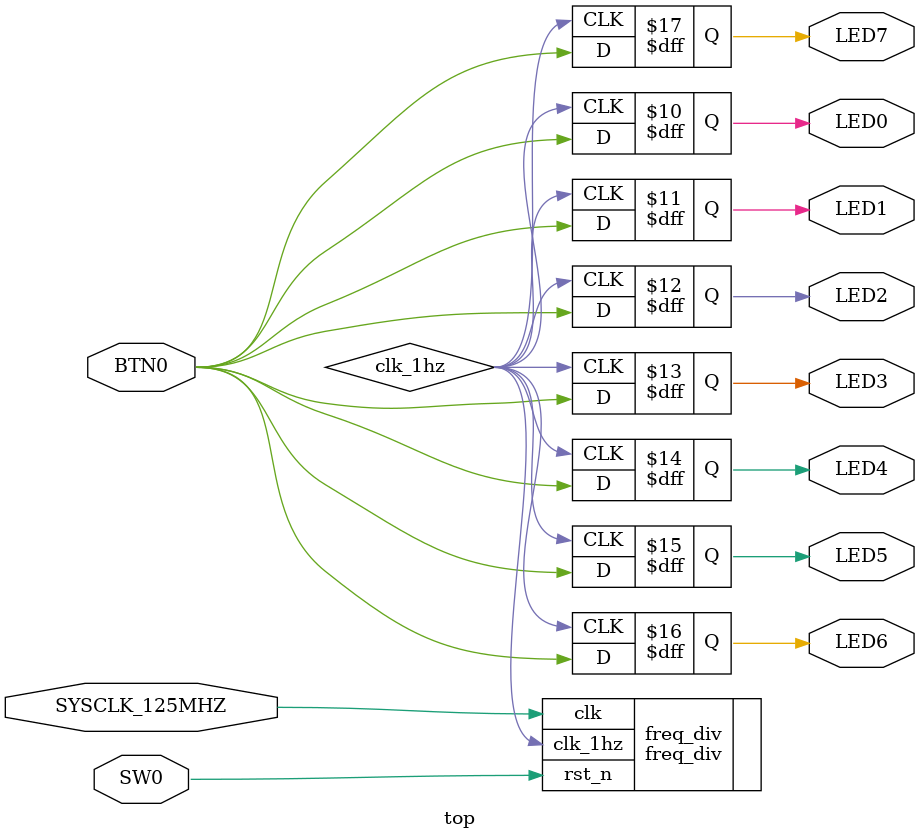
<source format=v>
module top(
	input	SYSCLK_125MHZ,
	input 	BTN0,
	input	SW0,
	output 	LED0,
	output 	LED1,
	output 	LED2,
	output 	LED3,
	output 	LED4,
	output 	LED5,
	output 	LED6,
	output 	LED7
);

freq_div freq_div(
      .clk(SYSCLK_125MHZ),
      .rst_n(SW0),
      .clk_1hz(clk_1hz)
);

reg LED0 = 0;
reg LED1 = 0;
reg LED2 = 0;
reg LED3 = 0;
reg LED4 = 0;
reg LED5 = 0;
reg LED6 = 0;
reg LED7 = 0;

always @(posedge clk_1hz)
begin
	LED0 = BTN0;
	LED1 = LED0;
	LED2 = LED1;
	LED3 = LED2;
	LED4 = LED3;
	LED5 = LED4;
	LED6 = LED5;
	LED7 = LED6;
end
endmodule
</source>
